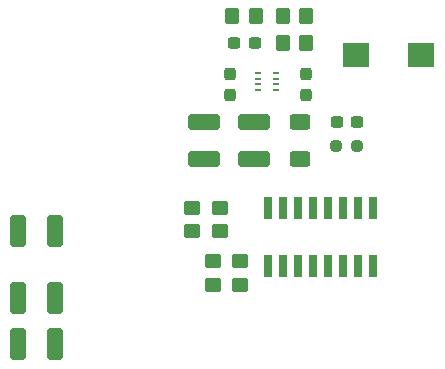
<source format=gbr>
%TF.GenerationSoftware,KiCad,Pcbnew,6.0.8-f2edbf62ab~116~ubuntu22.04.1*%
%TF.CreationDate,2022-11-23T04:07:14-05:00*%
%TF.ProjectId,Pi_HAT_V3,50695f48-4154-45f5-9633-2e6b69636164,rev?*%
%TF.SameCoordinates,Original*%
%TF.FileFunction,Paste,Bot*%
%TF.FilePolarity,Positive*%
%FSLAX46Y46*%
G04 Gerber Fmt 4.6, Leading zero omitted, Abs format (unit mm)*
G04 Created by KiCad (PCBNEW 6.0.8-f2edbf62ab~116~ubuntu22.04.1) date 2022-11-23 04:07:14*
%MOMM*%
%LPD*%
G01*
G04 APERTURE LIST*
G04 Aperture macros list*
%AMRoundRect*
0 Rectangle with rounded corners*
0 $1 Rounding radius*
0 $2 $3 $4 $5 $6 $7 $8 $9 X,Y pos of 4 corners*
0 Add a 4 corners polygon primitive as box body*
4,1,4,$2,$3,$4,$5,$6,$7,$8,$9,$2,$3,0*
0 Add four circle primitives for the rounded corners*
1,1,$1+$1,$2,$3*
1,1,$1+$1,$4,$5*
1,1,$1+$1,$6,$7*
1,1,$1+$1,$8,$9*
0 Add four rect primitives between the rounded corners*
20,1,$1+$1,$2,$3,$4,$5,0*
20,1,$1+$1,$4,$5,$6,$7,0*
20,1,$1+$1,$6,$7,$8,$9,0*
20,1,$1+$1,$8,$9,$2,$3,0*%
G04 Aperture macros list end*
%ADD10RoundRect,0.250000X0.412500X1.100000X-0.412500X1.100000X-0.412500X-1.100000X0.412500X-1.100000X0*%
%ADD11RoundRect,0.237500X-0.300000X-0.237500X0.300000X-0.237500X0.300000X0.237500X-0.300000X0.237500X0*%
%ADD12RoundRect,0.237500X-0.237500X0.300000X-0.237500X-0.300000X0.237500X-0.300000X0.237500X0.300000X0*%
%ADD13RoundRect,0.250000X1.100000X-0.412500X1.100000X0.412500X-1.100000X0.412500X-1.100000X-0.412500X0*%
%ADD14RoundRect,0.250000X0.625000X-0.400000X0.625000X0.400000X-0.625000X0.400000X-0.625000X-0.400000X0*%
%ADD15RoundRect,0.237500X0.300000X0.237500X-0.300000X0.237500X-0.300000X-0.237500X0.300000X-0.237500X0*%
%ADD16RoundRect,0.250000X-0.450000X0.350000X-0.450000X-0.350000X0.450000X-0.350000X0.450000X0.350000X0*%
%ADD17RoundRect,0.250000X0.350000X0.450000X-0.350000X0.450000X-0.350000X-0.450000X0.350000X-0.450000X0*%
%ADD18R,2.260600X2.108200*%
%ADD19RoundRect,0.250000X-0.350000X-0.450000X0.350000X-0.450000X0.350000X0.450000X-0.350000X0.450000X0*%
%ADD20R,0.609600X0.279400*%
%ADD21RoundRect,0.250000X0.450000X-0.350000X0.450000X0.350000X-0.450000X0.350000X-0.450000X-0.350000X0*%
%ADD22RoundRect,0.237500X-0.250000X-0.237500X0.250000X-0.237500X0.250000X0.237500X-0.250000X0.237500X0*%
%ADD23RoundRect,0.042000X-0.258000X0.908000X-0.258000X-0.908000X0.258000X-0.908000X0.258000X0.908000X0*%
%ADD24RoundRect,0.250000X-0.412500X-1.100000X0.412500X-1.100000X0.412500X1.100000X-0.412500X1.100000X0*%
G04 APERTURE END LIST*
D10*
%TO.C,C7*%
X115062500Y-102750000D03*
X111937500Y-102750000D03*
%TD*%
D11*
%TO.C,C9*%
X130212500Y-77275000D03*
X131937500Y-77275000D03*
%TD*%
D12*
%TO.C,C3*%
X136250000Y-79887500D03*
X136250000Y-81612500D03*
%TD*%
D10*
%TO.C,C6*%
X115062500Y-98850000D03*
X111937500Y-98850000D03*
%TD*%
D13*
%TO.C,C1*%
X131900000Y-87037500D03*
X131900000Y-83912500D03*
%TD*%
%TO.C,C2*%
X127650000Y-87037500D03*
X127650000Y-83912500D03*
%TD*%
D14*
%TO.C,R2*%
X135750000Y-87050000D03*
X135750000Y-83950000D03*
%TD*%
D15*
%TO.C,C4*%
X140612500Y-83975000D03*
X138887500Y-83975000D03*
%TD*%
D16*
%TO.C,R6*%
X130700000Y-95700000D03*
X130700000Y-97700000D03*
%TD*%
D17*
%TO.C,R5*%
X136300000Y-77275000D03*
X134300000Y-77275000D03*
%TD*%
D18*
%TO.C,L1*%
X140481400Y-78250000D03*
X146018600Y-78250000D03*
%TD*%
D19*
%TO.C,R14*%
X130050000Y-75000000D03*
X132050000Y-75000000D03*
%TD*%
D20*
%TO.C,U1*%
X133749300Y-79749999D03*
X133749300Y-80250000D03*
X133749300Y-80750000D03*
X133749300Y-81250001D03*
X132250700Y-81250001D03*
X132250700Y-80750000D03*
X132250700Y-80250000D03*
X132250700Y-79749999D03*
%TD*%
D16*
%TO.C,R8*%
X129000000Y-91200000D03*
X129000000Y-93200000D03*
%TD*%
D12*
%TO.C,C8*%
X129875000Y-79887500D03*
X129875000Y-81612500D03*
%TD*%
D21*
%TO.C,R7*%
X126600000Y-93200000D03*
X126600000Y-91200000D03*
%TD*%
D22*
%TO.C,R4*%
X138812500Y-86000000D03*
X140637500Y-86000000D03*
%TD*%
D21*
%TO.C,R1*%
X128400000Y-97700000D03*
X128400000Y-95700000D03*
%TD*%
D23*
%TO.C,U2*%
X133065000Y-91232500D03*
X134335000Y-91232500D03*
X135605000Y-91232500D03*
X136875000Y-91232500D03*
X138145000Y-91232500D03*
X139415000Y-91232500D03*
X140685000Y-91232500D03*
X141955000Y-91232500D03*
X141955000Y-96142500D03*
X140685000Y-96142500D03*
X139415000Y-96142500D03*
X138145000Y-96142500D03*
X136875000Y-96142500D03*
X135605000Y-96142500D03*
X134335000Y-96142500D03*
X133065000Y-96142500D03*
%TD*%
D24*
%TO.C,C5*%
X111937500Y-93200000D03*
X115062500Y-93200000D03*
%TD*%
D17*
%TO.C,R3*%
X136325000Y-75000000D03*
X134325000Y-75000000D03*
%TD*%
M02*

</source>
